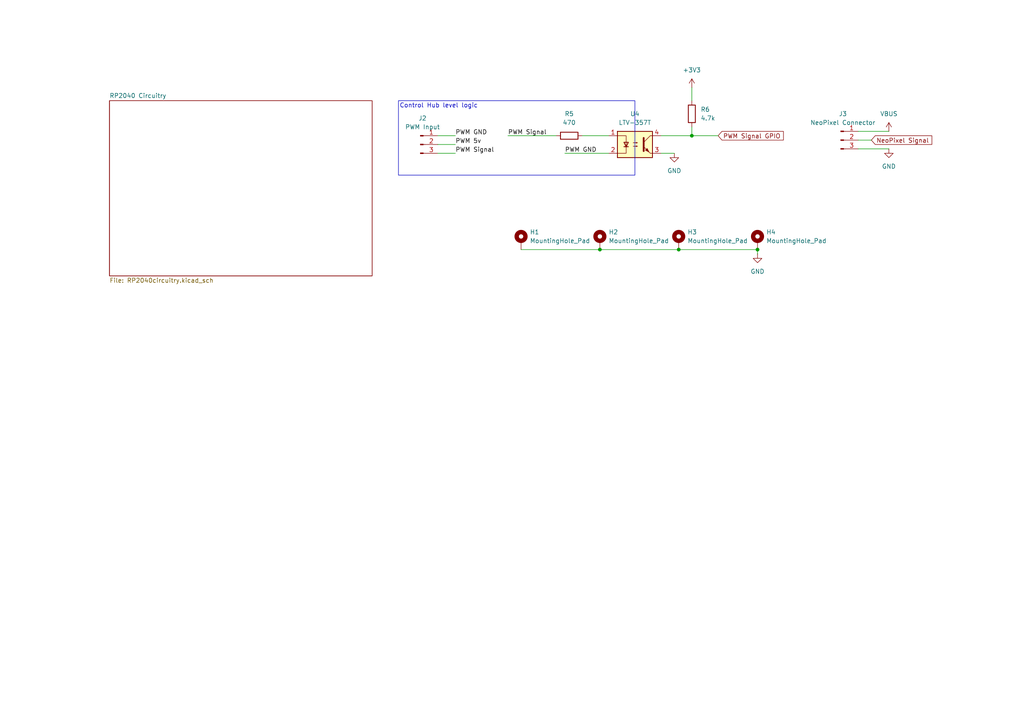
<source format=kicad_sch>
(kicad_sch (version 20250114) (generator "eeschema") (generator_version "9.0")
  (paper "A4")
  (lib_symbols
    (symbol "Connector:Conn_01x03_Pin" (pin_names (offset 1.016) (hide yes))
      (property "Reference" "J" (at 0 5.08 0))
      (property "Value" "Conn_01x03_Pin" (at 0 -5.08 0))
      (symbol "Conn_01x03_Pin_1_1"
        (rectangle (start 0.8636 2.667) (end 0 2.413) (stroke (width 0.1524)) (fill (type outline)))
        (rectangle (start 0.8636 0.127) (end 0 -0.127) (stroke (width 0.1524)) (fill (type outline)))
        (rectangle (start 0.8636 -2.413) (end 0 -2.667) (stroke (width 0.1524)) (fill (type outline)))
        (polyline (pts (xy 1.27 2.54) (xy 0.8636 2.54)) (stroke (width 0.1524)))
        (polyline (pts (xy 1.27 0) (xy 0.8636 0)) (stroke (width 0.1524)))
        (polyline (pts (xy 1.27 -2.54) (xy 0.8636 -2.54)) (stroke (width 0.1524)))
        (pin passive line (at 5.08 2.54 180) (length 3.81) (name "Pin_1") (number "1"))
        (pin passive line (at 5.08 0 180) (length 3.81) (name "Pin_2") (number "2"))
        (pin passive line (at 5.08 -2.54 180) (length 3.81) (name "Pin_3") (number "3"))
      )
    )
    (symbol "Device:R" (pin_numbers (hide yes)) (pin_names (offset 0))
      (property "Reference" "R" (at 2.032 0 90))
      (property "Value" "R" (at 0 0 90))
      (symbol "R_0_1"
        (rectangle (start -1.016 -2.54) (end 1.016 2.54) (stroke (width 0.254)))
      )
      (symbol "R_1_1"
        (pin passive line (at 0 3.81 270) (length 1.27) (name "~") (number "1"))
        (pin passive line (at 0 -3.81 90) (length 1.27) (name "~") (number "2"))
      )
    )
    (symbol "Isolator:LTV-357T" (pin_names (offset 1.016))
      (property "Reference" "U" (at -5.334 4.826 0))
      (property "Value" "LTV-357T" (at 0 5.08 0))
      (symbol "LTV-357T_0_1"
        (rectangle (start -5.08 3.81) (end 5.08 -3.81) (stroke (width 0.254)) (fill (type background)))
        (polyline (pts (xy -5.08 2.54) (xy -2.54 2.54) (xy -2.54 -0.762)))
        (polyline (pts (xy -3.175 -0.635) (xy -1.905 -0.635)) (stroke (width 0.254)))
        (polyline (pts (xy -2.54 -0.635) (xy -2.54 -2.54) (xy -5.08 -2.54)))
        (polyline (pts (xy -2.54 -0.635) (xy -3.175 0.635) (xy -1.905 0.635) (xy -2.54 -0.635)) (stroke (width 0.254)))
        (polyline (pts (xy -0.508 0.508) (xy 0.762 0.508) (xy 0.381 0.381) (xy 0.381 0.635) (xy 0.762 0.508)))
        (polyline (pts (xy -0.508 -0.508) (xy 0.762 -0.508) (xy 0.381 -0.635) (xy 0.381 -0.381) (xy 0.762 -0.508)))
        (polyline (pts (xy 2.54 1.905) (xy 2.54 -1.905) (xy 2.54 -1.905)) (stroke (width 0.508)))
        (polyline (pts (xy 2.54 0.635) (xy 4.445 2.54)))
        (polyline (pts (xy 3.048 -1.651) (xy 3.556 -1.143) (xy 4.064 -2.159) (xy 3.048 -1.651) (xy 3.048 -1.651)) (fill (type outline)))
        (polyline (pts (xy 4.445 2.54) (xy 5.08 2.54)))
        (polyline (pts (xy 4.445 -2.54) (xy 2.54 -0.635)) (fill (type outline)))
        (polyline (pts (xy 4.445 -2.54) (xy 5.08 -2.54)))
      )
      (symbol "LTV-357T_1_1"
        (pin passive line (at -7.62 2.54 0) (length 2.54) (name "~") (number "1"))
        (pin passive line (at -7.62 -2.54 0) (length 2.54) (name "~") (number "2"))
        (pin passive line (at 7.62 2.54 180) (length 2.54) (name "~") (number "4"))
        (pin passive line (at 7.62 -2.54 180) (length 2.54) (name "~") (number "3"))
      )
    )
    (symbol "Mechanical:MountingHole_Pad" (pin_numbers (hide yes)) (pin_names (offset 1.016) (hide yes)) (exclude_from_sim yes) (in_bom no)
      (property "Reference" "H" (at 0 6.35 0))
      (property "Value" "MountingHole_Pad" (at 0 4.445 0))
      (symbol "MountingHole_Pad_0_1"
        (circle (center 0 1.27) (radius 1.27) (stroke (width 1.27)))
      )
      (symbol "MountingHole_Pad_1_1"
        (pin input line (at 0 -2.54 90) (length 2.54) (name "1") (number "1"))
      )
    )
    (symbol "power:+3V3" (power) (pin_numbers (hide yes)) (pin_names (offset 0) (hide yes))
      (property "Value" "+3V3" (at 0 3.556 0))
      (symbol "+3V3_0_1"
        (polyline (pts (xy -0.762 1.27) (xy 0 2.54)))
        (polyline (pts (xy 0 2.54) (xy 0.762 1.27)))
        (polyline (pts (xy 0 0) (xy 0 2.54)))
      )
      (symbol "+3V3_1_1"
        (pin power_in line (at 0 0 90) (length 0) (name "~") (number "1"))
      )
    )
    (symbol "power:GND" (power) (pin_numbers (hide yes)) (pin_names (offset 0) (hide yes))
      (property "Value" "GND" (at 0 -3.81 0))
      (symbol "GND_0_1"
        (polyline (pts (xy 0 0) (xy 0 -1.27) (xy 1.27 -1.27) (xy 0 -2.54) (xy -1.27 -1.27) (xy 0 -1.27)))
      )
      (symbol "GND_1_1"
        (pin power_in line (at 0 0 270) (length 0) (name "~") (number "1"))
      )
    )
    (symbol "power:VBUS" (power) (pin_numbers (hide yes)) (pin_names (offset 0) (hide yes))
      (property "Value" "VBUS" (at 0 3.556 0))
      (symbol "VBUS_0_1"
        (polyline (pts (xy -0.762 1.27) (xy 0 2.54)))
        (polyline (pts (xy 0 2.54) (xy 0.762 1.27)))
        (polyline (pts (xy 0 0) (xy 0 2.54)))
      )
      (symbol "VBUS_1_1"
        (pin power_in line (at 0 0 90) (length 0) (name "~") (number "1"))
      )
    )
  )
  (rectangle (start 115.57 29.21) (end 184.15 50.8))
  (text "Control Hub level logic" (at 127.254 30.734 0) (effects (font (size 1.27 1.27))))
  (junction (at 173.99 72.39))
  (junction (at 196.85 72.39))
  (junction (at 219.71 72.39))
  (junction (at 200.66 39.37))
  (wire (pts (xy 168.91 39.37) (xy 176.53 39.37)))
  (wire (pts (xy 248.92 40.64) (xy 252.73 40.64)))
  (wire (pts (xy 151.13 72.39) (xy 173.99 72.39)))
  (wire (pts (xy 191.77 44.45) (xy 195.58 44.45)))
  (wire (pts (xy 200.66 39.37) (xy 208.28 39.37)))
  (wire (pts (xy 191.77 39.37) (xy 200.66 39.37)))
  (wire (pts (xy 248.92 43.18) (xy 257.81 43.18)))
  (wire (pts (xy 127 39.37) (xy 132.08 39.37)))
  (wire (pts (xy 173.99 72.39) (xy 196.85 72.39)))
  (wire (pts (xy 127 41.91) (xy 132.08 41.91)))
  (wire (pts (xy 248.92 38.1) (xy 257.81 38.1)))
  (wire (pts (xy 127 44.45) (xy 132.08 44.45)))
  (wire (pts (xy 163.83 44.45) (xy 176.53 44.45)))
  (wire (pts (xy 147.32 39.37) (xy 161.29 39.37)))
  (wire (pts (xy 200.66 25.4) (xy 200.66 29.21)))
  (wire (pts (xy 200.66 36.83) (xy 200.66 39.37)))
  (wire (pts (xy 196.85 72.39) (xy 219.71 72.39)))
  (wire (pts (xy 219.71 72.39) (xy 219.71 73.66)))
  (label "PWM Signal" (at 147.32 39.37 0))
  (label "PWM GND" (at 163.83 44.45 0))
  (label "PWM GND" (at 132.08 39.37 0))
  (label "PWM Signal" (at 132.08 44.45 0))
  (label "PWM 5v" (at 132.08 41.91 0))
  (global_label "PWM Signal GPIO" (shape input) (at 208.28 39.37 0) (property "Intersheetrefs" "${INTERSHEET_REFS}" (effects (hide yes))))
  (global_label "NeoPixel Signal" (shape input) (at 252.73 40.64 0) (property "Intersheetrefs" "${INTERSHEET_REFS}" (effects (hide yes))))
  (symbol (lib_id "Mechanical:MountingHole_Pad") (at 173.99 69.85 0) (unit 1) (exclude_from_sim yes) (in_bom no)
    (property "Reference" "H2" (at 176.53 67.3099 0) (effects (justify left)))
    (property "Value" "MountingHole_Pad" (at 176.53 69.8499 0) (effects (justify left)))
    (property "Footprint" "MountingHole:MountingHole_2.2mm_M2_Pad" (effects (hide yes)))
    (property "Description" "Mounting Hole with connection" (effects (hide yes)))
  )
  (symbol (lib_id "power:GND") (at 257.81 43.18 0) (unit 1)
    (property "Reference" "#PWR024" (effects (hide yes)))
    (property "Value" "GND" (at 257.81 48.26 0))
    (property "Description" "Power symbol creates a global label with name \"GND\" , ground" (effects (hide yes)))
  )
  (symbol (lib_id "Mechanical:MountingHole_Pad") (at 151.13 69.85 0) (unit 1) (exclude_from_sim yes) (in_bom no)
    (property "Reference" "H1" (at 153.67 67.3099 0) (effects (justify left)))
    (property "Value" "MountingHole_Pad" (at 153.67 69.8499 0) (effects (justify left)))
    (property "Footprint" "MountingHole:MountingHole_2.2mm_M2_Pad" (effects (hide yes)))
    (property "Description" "Mounting Hole with connection" (effects (hide yes)))
  )
  (symbol (lib_id "Isolator:LTV-357T") (at 184.15 41.91 0) (unit 1)
    (property "Reference" "U4" (at 184.15 33.02 0))
    (property "Value" "LTV-357T" (at 184.15 35.56 0))
    (property "Footprint" "LTV-217-B-G:SOIC127P700X210-4N" (effects (hide yes)))
    (property "Datasheet" "https://www.buerklin.com/medias/sys_master/download/download/h91/ha0/8892020588574.pdf" (effects (hide yes)))
    (property "Description" "DC Optocoupler, Vce 35V, CTR 50%, SO-4" (effects (hide yes)))
  )
  (symbol (lib_id "Mechanical:MountingHole_Pad") (at 196.85 69.85 0) (unit 1) (exclude_from_sim yes) (in_bom no)
    (property "Reference" "H3" (at 199.39 67.3099 0) (effects (justify left)))
    (property "Value" "MountingHole_Pad" (at 199.39 69.8499 0) (effects (justify left)))
    (property "Footprint" "MountingHole:MountingHole_2.2mm_M2_Pad" (effects (hide yes)))
    (property "Description" "Mounting Hole with connection" (effects (hide yes)))
  )
  (symbol (lib_id "Connector:Conn_01x03_Pin") (at 121.92 41.91 0) (unit 1)
    (property "Reference" "J2" (at 122.555 34.29 0))
    (property "Value" "PWM Input" (at 122.555 36.83 0))
    (property "Footprint" "Connector_PinHeader_2.54mm:PinHeader_1x03_P2.54mm_Horizontal" (effects (hide yes)))
    (property "Description" "Generic connector, single row, 01x03, script generated" (effects (hide yes)))
  )
  (symbol (lib_id "Mechanical:MountingHole_Pad") (at 219.71 69.85 0) (unit 1) (exclude_from_sim yes) (in_bom no)
    (property "Reference" "H4" (at 222.25 67.3099 0) (effects (justify left)))
    (property "Value" "MountingHole_Pad" (at 222.25 69.8499 0) (effects (justify left)))
    (property "Footprint" "MountingHole:MountingHole_2.2mm_M2_Pad" (effects (hide yes)))
    (property "Description" "Mounting Hole with connection" (effects (hide yes)))
  )
  (symbol (lib_id "power:VBUS") (at 257.81 38.1 0) (unit 1)
    (property "Reference" "#PWR025" (effects (hide yes)))
    (property "Value" "VBUS" (at 257.81 33.02 0))
    (property "Description" "Power symbol creates a global label with name \"VBUS\"" (effects (hide yes)))
  )
  (symbol (lib_id "Connector:Conn_01x03_Pin") (at 243.84 40.64 0) (unit 1)
    (property "Reference" "J3" (at 244.475 33.02 0))
    (property "Value" "NeoPixel Connector" (at 244.475 35.56 0))
    (property "Footprint" "Connector_JST:JST_PH_S3B-PH-K_1x03_P2.00mm_Horizontal" (effects (hide yes)))
    (property "Description" "Generic connector, single row, 01x03, script generated" (effects (hide yes)))
  )
  (symbol (lib_id "power:+3V3") (at 200.66 25.4 0) (unit 1)
    (property "Reference" "#PWR022" (effects (hide yes)))
    (property "Value" "+3V3" (at 200.66 20.32 0))
    (property "Description" "Power symbol creates a global label with name \"+3V3\"" (effects (hide yes)))
  )
  (symbol (lib_id "Device:R") (at 200.66 33.02 0) (unit 1)
    (property "Reference" "R6" (at 203.2 31.7499 0) (effects (justify left)))
    (property "Value" "4.7k" (at 203.2 34.2899 0) (effects (justify left)))
    (property "Footprint" "Resistor_SMD:R_0402_1005Metric" (effects (hide yes)))
    (property "Description" "Resistor" (effects (hide yes)))
  )
  (symbol (lib_id "Device:R") (at 165.1 39.37 90) (unit 1)
    (property "Reference" "R5" (at 165.1 33.02 90))
    (property "Value" "470" (at 165.1 35.56 90))
    (property "Footprint" "Resistor_SMD:R_0402_1005Metric" (effects (hide yes)))
    (property "Description" "Resistor" (effects (hide yes)))
  )
  (symbol (lib_id "power:GND") (at 219.71 73.66 0) (unit 1)
    (property "Reference" "#PWR027" (effects (hide yes)))
    (property "Value" "GND" (at 219.71 78.74 0))
    (property "Description" "Power symbol creates a global label with name \"GND\" , ground" (effects (hide yes)))
  )
  (symbol (lib_id "power:GND") (at 195.58 44.45 0) (unit 1)
    (property "Reference" "#PWR023" (effects (hide yes)))
    (property "Value" "GND" (at 195.58 49.53 0))
    (property "Description" "Power symbol creates a global label with name \"GND\" , ground" (effects (hide yes)))
  )
  (sheet (at 31.75 29.21) (size 76.2 50.8) (stroke (width 0.1524))
    (property "Sheetname" "RP2040 Circuitry" (at 31.75 28.4984 0) (effects (justify left bottom)))
    (property "Sheetfile" "RP2040circuitry.kicad_sch" (at 31.75 80.5946 0) (effects (justify left top)))
  )
)
</source>
